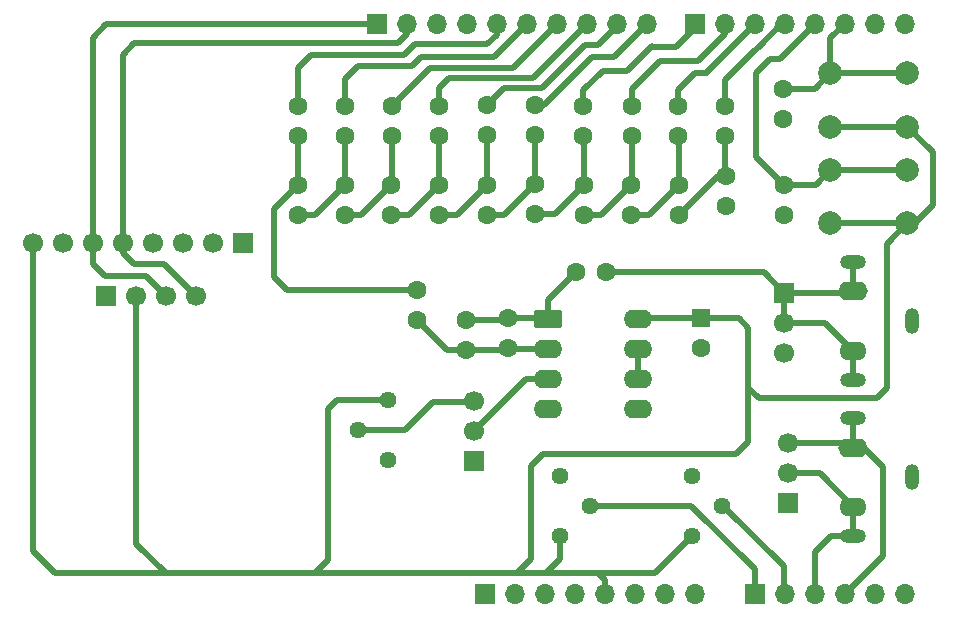
<source format=gbr>
%TF.GenerationSoftware,KiCad,Pcbnew,9.0.4*%
%TF.CreationDate,2026-02-14T19:28:01-07:00*%
%TF.ProjectId,Uno_Shield_DSP_Class_v1,556e6f5f-5368-4696-956c-645f4453505f,rev?*%
%TF.SameCoordinates,Original*%
%TF.FileFunction,Copper,L1,Top*%
%TF.FilePolarity,Positive*%
%FSLAX46Y46*%
G04 Gerber Fmt 4.6, Leading zero omitted, Abs format (unit mm)*
G04 Created by KiCad (PCBNEW 9.0.4) date 2026-02-14 19:28:01*
%MOMM*%
%LPD*%
G01*
G04 APERTURE LIST*
G04 Aperture macros list*
%AMRoundRect*
0 Rectangle with rounded corners*
0 $1 Rounding radius*
0 $2 $3 $4 $5 $6 $7 $8 $9 X,Y pos of 4 corners*
0 Add a 4 corners polygon primitive as box body*
4,1,4,$2,$3,$4,$5,$6,$7,$8,$9,$2,$3,0*
0 Add four circle primitives for the rounded corners*
1,1,$1+$1,$2,$3*
1,1,$1+$1,$4,$5*
1,1,$1+$1,$6,$7*
1,1,$1+$1,$8,$9*
0 Add four rect primitives between the rounded corners*
20,1,$1+$1,$2,$3,$4,$5,0*
20,1,$1+$1,$4,$5,$6,$7,0*
20,1,$1+$1,$6,$7,$8,$9,0*
20,1,$1+$1,$8,$9,$2,$3,0*%
G04 Aperture macros list end*
%TA.AperFunction,ComponentPad*%
%ADD10R,1.700000X1.700000*%
%TD*%
%TA.AperFunction,ComponentPad*%
%ADD11O,1.700000X1.700000*%
%TD*%
%TA.AperFunction,ComponentPad*%
%ADD12C,1.600000*%
%TD*%
%TA.AperFunction,ComponentPad*%
%ADD13C,2.000000*%
%TD*%
%TA.AperFunction,ComponentPad*%
%ADD14C,1.700000*%
%TD*%
%TA.AperFunction,ComponentPad*%
%ADD15O,2.200000X1.200000*%
%TD*%
%TA.AperFunction,ComponentPad*%
%ADD16O,2.300000X1.600000*%
%TD*%
%TA.AperFunction,ComponentPad*%
%ADD17O,1.200000X2.200000*%
%TD*%
%TA.AperFunction,ComponentPad*%
%ADD18O,2.500000X1.600000*%
%TD*%
%TA.AperFunction,ComponentPad*%
%ADD19RoundRect,0.250000X-0.550000X0.550000X-0.550000X-0.550000X0.550000X-0.550000X0.550000X0.550000X0*%
%TD*%
%TA.AperFunction,ComponentPad*%
%ADD20C,1.440000*%
%TD*%
%TA.AperFunction,ComponentPad*%
%ADD21RoundRect,0.250000X-0.950000X-0.550000X0.950000X-0.550000X0.950000X0.550000X-0.950000X0.550000X0*%
%TD*%
%TA.AperFunction,ComponentPad*%
%ADD22O,2.400000X1.600000*%
%TD*%
%TA.AperFunction,Conductor*%
%ADD23C,0.508000*%
%TD*%
G04 APERTURE END LIST*
D10*
%TO.P,J1,1,Pin_1*%
%TO.N,unconnected-(J1-Pin_1-Pad1)*%
X127940000Y-97460000D03*
D11*
%TO.P,J1,2,Pin_2*%
%TO.N,/IOREF*%
X130480000Y-97460000D03*
%TO.P,J1,3,Pin_3*%
%TO.N,/~{RESET}*%
X133020000Y-97460000D03*
%TO.P,J1,4,Pin_4*%
%TO.N,+3V3*%
X135560000Y-97460000D03*
%TO.P,J1,5,Pin_5*%
%TO.N,+5V*%
X138100000Y-97460000D03*
%TO.P,J1,6,Pin_6*%
%TO.N,GND*%
X140640000Y-97460000D03*
%TO.P,J1,7,Pin_7*%
X143180000Y-97460000D03*
%TO.P,J1,8,Pin_8*%
%TO.N,VCC*%
X145720000Y-97460000D03*
%TD*%
D10*
%TO.P,J3,1,Pin_1*%
%TO.N,/A0*%
X150800000Y-97460000D03*
D11*
%TO.P,J3,2,Pin_2*%
%TO.N,/A1*%
X153340000Y-97460000D03*
%TO.P,J3,3,Pin_3*%
%TO.N,/IN_RIGHT*%
X155880000Y-97460000D03*
%TO.P,J3,4,Pin_4*%
%TO.N,/IN_LEFT*%
X158420000Y-97460000D03*
%TO.P,J3,5,Pin_5*%
%TO.N,/SDA{slash}A4*%
X160960000Y-97460000D03*
%TO.P,J3,6,Pin_6*%
%TO.N,/SCL{slash}A5*%
X163500000Y-97460000D03*
%TD*%
D10*
%TO.P,J2,1,Pin_1*%
%TO.N,/SCL*%
X118796000Y-49200000D03*
D11*
%TO.P,J2,2,Pin_2*%
%TO.N,/SDA*%
X121336000Y-49200000D03*
%TO.P,J2,3,Pin_3*%
%TO.N,/AREF*%
X123876000Y-49200000D03*
%TO.P,J2,4,Pin_4*%
%TO.N,GND*%
X126416000Y-49200000D03*
%TO.P,J2,5,Pin_5*%
%TO.N,/D9*%
X128956000Y-49200000D03*
%TO.P,J2,6,Pin_6*%
%TO.N,/D8*%
X131496000Y-49200000D03*
%TO.P,J2,7,Pin_7*%
%TO.N,/D7*%
X134036000Y-49200000D03*
%TO.P,J2,8,Pin_8*%
%TO.N,/D6*%
X136576000Y-49200000D03*
%TO.P,J2,9,Pin_9*%
%TO.N,/D5*%
X139116000Y-49200000D03*
%TO.P,J2,10,Pin_10*%
%TO.N,/D4*%
X141656000Y-49200000D03*
%TD*%
D10*
%TO.P,J4,1,Pin_1*%
%TO.N,/D3*%
X145720000Y-49200000D03*
D11*
%TO.P,J4,2,Pin_2*%
%TO.N,/D2*%
X148260000Y-49200000D03*
%TO.P,J4,3,Pin_3*%
%TO.N,/D1*%
X150800000Y-49200000D03*
%TO.P,J4,4,Pin_4*%
%TO.N,/D0*%
X153340000Y-49200000D03*
%TO.P,J4,5,Pin_5*%
%TO.N,/BT2*%
X155880000Y-49200000D03*
%TO.P,J4,6,Pin_6*%
%TO.N,/BT1*%
X158420000Y-49200000D03*
%TO.P,J4,7,Pin_7*%
%TO.N,/TX{slash}1*%
X160960000Y-49200000D03*
%TO.P,J4,8,Pin_8*%
%TO.N,/RX{slash}0*%
X163500000Y-49200000D03*
%TD*%
D12*
%TO.P,R9,1*%
%TO.N,Net-(R10-Pad1)*%
X136350000Y-62810000D03*
%TO.P,R9,2*%
%TO.N,Net-(R7-Pad1)*%
X136350000Y-65350000D03*
%TD*%
%TO.P,R13,1*%
%TO.N,Net-(R13-Pad1)*%
X128150000Y-62820000D03*
%TO.P,R13,2*%
%TO.N,Net-(R11-Pad1)*%
X128150000Y-65360000D03*
%TD*%
%TO.P,R14,1*%
%TO.N,Net-(R13-Pad1)*%
X128130000Y-58620000D03*
%TO.P,R14,2*%
%TO.N,/D5*%
X128130000Y-56080000D03*
%TD*%
%TO.P,R18,1*%
%TO.N,Net-(R17-Pad1)*%
X120050000Y-58670000D03*
%TO.P,R18,2*%
%TO.N,/D7*%
X120050000Y-56130000D03*
%TD*%
%TO.P,R4,1*%
%TO.N,Net-(R3-Pad2)*%
X148320000Y-58690000D03*
%TO.P,R4,2*%
%TO.N,/D0*%
X148320000Y-56150000D03*
%TD*%
%TO.P,R15,1*%
%TO.N,Net-(R15-Pad1)*%
X124070000Y-62810000D03*
%TO.P,R15,2*%
%TO.N,Net-(R13-Pad1)*%
X124070000Y-65350000D03*
%TD*%
%TO.P,R19,1*%
%TO.N,Net-(R19-Pad1)*%
X116080000Y-62840000D03*
%TO.P,R19,2*%
%TO.N,Net-(R17-Pad1)*%
X116080000Y-65380000D03*
%TD*%
%TO.P,C2,1*%
%TO.N,Net-(U1A--)*%
X129890000Y-76600000D03*
%TO.P,C2,2*%
%TO.N,Net-(C2-Pad2)*%
X129890000Y-74100000D03*
%TD*%
%TO.P,R7,1*%
%TO.N,Net-(R7-Pad1)*%
X140350000Y-62820000D03*
%TO.P,R7,2*%
%TO.N,Net-(R5-Pad1)*%
X140350000Y-65360000D03*
%TD*%
%TO.P,R21,1*%
%TO.N,Net-(R21-Pad1)*%
X112090000Y-62840000D03*
%TO.P,R21,2*%
%TO.N,Net-(R19-Pad1)*%
X112090000Y-65380000D03*
%TD*%
D13*
%TO.P,SW2,1,1*%
%TO.N,+5V*%
X163710000Y-66050000D03*
X157210000Y-66050000D03*
%TO.P,SW2,2,2*%
%TO.N,/BT2*%
X163710000Y-61550000D03*
X157210000Y-61550000D03*
%TD*%
D12*
%TO.P,R20,1*%
%TO.N,Net-(R19-Pad1)*%
X116090000Y-58670000D03*
%TO.P,R20,2*%
%TO.N,/D8*%
X116090000Y-56130000D03*
%TD*%
%TO.P,R6,1*%
%TO.N,Net-(R5-Pad1)*%
X144310000Y-58680000D03*
%TO.P,R6,2*%
%TO.N,/D1*%
X144310000Y-56140000D03*
%TD*%
D10*
%TO.P,J7,1,Pin_1*%
%TO.N,/AUDIO_OUT*%
X153310000Y-71920000D03*
D14*
%TO.P,J7,2,Pin_2*%
X153310000Y-74460000D03*
%TO.P,J7,3,Pin_3*%
%TO.N,GND*%
X153310000Y-77000000D03*
%TD*%
D12*
%TO.P,R10,1*%
%TO.N,Net-(R10-Pad1)*%
X136270000Y-58650000D03*
%TO.P,R10,2*%
%TO.N,/D3*%
X136270000Y-56110000D03*
%TD*%
D10*
%TO.P,J5,1,Pin_1*%
%TO.N,unconnected-(J5-Pin_1-Pad1)*%
X107460000Y-67730000D03*
D14*
%TO.P,J5,2,Pin_2*%
%TO.N,unconnected-(J5-Pin_2-Pad2)*%
X104920000Y-67730000D03*
%TO.P,J5,3,Pin_3*%
%TO.N,unconnected-(J5-Pin_3-Pad3)*%
X102380000Y-67730000D03*
%TO.P,J5,4,Pin_4*%
%TO.N,unconnected-(J5-Pin_4-Pad4)*%
X99840000Y-67730000D03*
%TO.P,J5,5,Pin_5*%
%TO.N,/SDA*%
X97300000Y-67730000D03*
%TO.P,J5,6,Pin_6*%
%TO.N,/SCL*%
X94760000Y-67730000D03*
%TO.P,J5,7,Pin_7*%
%TO.N,GND*%
X92220000Y-67730000D03*
%TO.P,J5,8,Pin_8*%
%TO.N,+5V*%
X89680000Y-67730000D03*
%TD*%
D15*
%TO.P,J11,R*%
%TO.N,/AUDIO_OUT*%
X159090000Y-79330000D03*
D16*
%TO.P,J11,RN*%
X159090000Y-76830000D03*
D17*
%TO.P,J11,S*%
%TO.N,GND*%
X164090000Y-74330000D03*
D15*
%TO.P,J11,T*%
%TO.N,/AUDIO_OUT*%
X159090000Y-69330000D03*
D18*
%TO.P,J11,TN*%
X159090000Y-71830000D03*
%TD*%
D12*
%TO.P,R5,1*%
%TO.N,Net-(R5-Pad1)*%
X144370000Y-62850000D03*
%TO.P,R5,2*%
%TO.N,Net-(R3-Pad2)*%
X144370000Y-65390000D03*
%TD*%
D19*
%TO.P,C1,1*%
%TO.N,+5V*%
X146210000Y-74107620D03*
D12*
%TO.P,C1,2*%
%TO.N,GND*%
X146210000Y-76607620D03*
%TD*%
%TO.P,R24,1*%
%TO.N,Net-(C2-Pad2)*%
X126360000Y-74240000D03*
%TO.P,R24,2*%
%TO.N,Net-(U1A--)*%
X126360000Y-76780000D03*
%TD*%
%TO.P,R12,1*%
%TO.N,Net-(R11-Pad1)*%
X132180000Y-58620000D03*
%TO.P,R12,2*%
%TO.N,/D4*%
X132180000Y-56080000D03*
%TD*%
D13*
%TO.P,SW1,1,1*%
%TO.N,+5V*%
X163710000Y-57870000D03*
X157210000Y-57870000D03*
%TO.P,SW1,2,2*%
%TO.N,/BT1*%
X163710000Y-53370000D03*
X157210000Y-53370000D03*
%TD*%
D12*
%TO.P,R11,1*%
%TO.N,Net-(R11-Pad1)*%
X132180000Y-62770000D03*
%TO.P,R11,2*%
%TO.N,Net-(R10-Pad1)*%
X132180000Y-65310000D03*
%TD*%
%TO.P,R22,1*%
%TO.N,Net-(R21-Pad1)*%
X112130000Y-58650000D03*
%TO.P,R22,2*%
%TO.N,/D9*%
X112130000Y-56110000D03*
%TD*%
D10*
%TO.P,J12,1,Pin_1*%
%TO.N,GND*%
X153620000Y-89780000D03*
D14*
%TO.P,J12,2,Pin_2*%
%TO.N,/IN_RIGHT*%
X153620000Y-87240000D03*
%TO.P,J12,3,Pin_3*%
%TO.N,/IN_LEFT*%
X153620000Y-84700000D03*
%TD*%
D12*
%TO.P,R1,1*%
%TO.N,/BT1*%
X153220000Y-54670000D03*
%TO.P,R1,2*%
%TO.N,GND*%
X153220000Y-57210000D03*
%TD*%
%TO.P,R27,1*%
%TO.N,/AUDIO_OUT*%
X138180000Y-70180000D03*
%TO.P,R27,2*%
%TO.N,Net-(C2-Pad2)*%
X135640000Y-70180000D03*
%TD*%
%TO.P,R17,1*%
%TO.N,Net-(R17-Pad1)*%
X120030000Y-62800000D03*
%TO.P,R17,2*%
%TO.N,Net-(R15-Pad1)*%
X120030000Y-65340000D03*
%TD*%
%TO.P,R16,1*%
%TO.N,Net-(R15-Pad1)*%
X124070000Y-58650000D03*
%TO.P,R16,2*%
%TO.N,/D6*%
X124070000Y-56110000D03*
%TD*%
D20*
%TO.P,RV1,1,1*%
%TO.N,+5V*%
X134305000Y-92490000D03*
%TO.P,RV1,2,2*%
%TO.N,/A0*%
X136845000Y-89950000D03*
%TO.P,RV1,3,3*%
%TO.N,GND*%
X134305000Y-87410000D03*
%TD*%
D12*
%TO.P,R2,1*%
%TO.N,/BT2*%
X153260000Y-62810000D03*
%TO.P,R2,2*%
%TO.N,GND*%
X153260000Y-65350000D03*
%TD*%
D21*
%TO.P,U1,1*%
%TO.N,Net-(C2-Pad2)*%
X133300000Y-74170000D03*
D22*
%TO.P,U1,2,-*%
%TO.N,Net-(U1A--)*%
X133300000Y-76710000D03*
%TO.P,U1,3,+*%
%TO.N,Net-(J9-Pin_2)*%
X133300000Y-79250000D03*
%TO.P,U1,4,V-*%
%TO.N,GND*%
X133300000Y-81790000D03*
%TO.P,U1,5,+*%
X140920000Y-81790000D03*
%TO.P,U1,6,-*%
%TO.N,Net-(U1B--)*%
X140920000Y-79250000D03*
%TO.P,U1,7*%
X140920000Y-76710000D03*
%TO.P,U1,8,V+*%
%TO.N,+5V*%
X140920000Y-74170000D03*
%TD*%
D10*
%TO.P,J9,1,Pin_1*%
%TO.N,GND*%
X127040000Y-86170000D03*
D14*
%TO.P,J9,2,Pin_2*%
%TO.N,Net-(J9-Pin_2)*%
X127040000Y-83630000D03*
%TO.P,J9,3,Pin_3*%
%TO.N,Net-(J9-Pin_3)*%
X127040000Y-81090000D03*
%TD*%
D12*
%TO.P,R3,1*%
%TO.N,GND*%
X148340000Y-64610000D03*
%TO.P,R3,2*%
%TO.N,Net-(R3-Pad2)*%
X148340000Y-62070000D03*
%TD*%
D15*
%TO.P,J10,R*%
%TO.N,/IN_RIGHT*%
X159090000Y-92540000D03*
D16*
%TO.P,J10,RN*%
X159090000Y-90040000D03*
D17*
%TO.P,J10,S*%
%TO.N,GND*%
X164090000Y-87540000D03*
D15*
%TO.P,J10,T*%
%TO.N,/IN_LEFT*%
X159090000Y-82540000D03*
D18*
%TO.P,J10,TN*%
X159090000Y-85040000D03*
%TD*%
D20*
%TO.P,RV3,1,1*%
%TO.N,+5V*%
X119705000Y-81000000D03*
%TO.P,RV3,2,2*%
%TO.N,Net-(J9-Pin_3)*%
X117165000Y-83540000D03*
%TO.P,RV3,3,3*%
%TO.N,GND*%
X119705000Y-86080000D03*
%TD*%
%TO.P,RV2,1,1*%
%TO.N,+5V*%
X145505000Y-92490000D03*
%TO.P,RV2,2,2*%
%TO.N,/A1*%
X148045000Y-89950000D03*
%TO.P,RV2,3,3*%
%TO.N,GND*%
X145505000Y-87410000D03*
%TD*%
D12*
%TO.P,R8,1*%
%TO.N,Net-(R7-Pad1)*%
X140370000Y-58690000D03*
%TO.P,R8,2*%
%TO.N,/D2*%
X140370000Y-56150000D03*
%TD*%
D10*
%TO.P,J6,1,Pin_1*%
%TO.N,GND*%
X95900000Y-72240000D03*
D14*
%TO.P,J6,2,Pin_2*%
%TO.N,+5V*%
X98440000Y-72240000D03*
%TO.P,J6,3,Pin_3*%
%TO.N,/SCL*%
X100980000Y-72240000D03*
%TO.P,J6,4,Pin_4*%
%TO.N,/SDA*%
X103520000Y-72240000D03*
%TD*%
D12*
%TO.P,R23,1*%
%TO.N,Net-(U1A--)*%
X122220000Y-74280000D03*
%TO.P,R23,2*%
%TO.N,Net-(R21-Pad1)*%
X122220000Y-71740000D03*
%TD*%
D23*
%TO.N,+5V*%
X138100000Y-97460000D02*
X138100000Y-96240000D01*
X157210000Y-57870000D02*
X163710000Y-57870000D01*
X165900000Y-64510000D02*
X165900000Y-60060000D01*
X150230000Y-79970000D02*
X150230000Y-84610000D01*
X161990000Y-80010000D02*
X161990000Y-79770000D01*
X114680000Y-81770000D02*
X114680000Y-94530000D01*
X146210000Y-74107620D02*
X149447620Y-74107620D01*
X142335000Y-95660000D02*
X145505000Y-92490000D01*
X98440000Y-72240000D02*
X98440000Y-93180000D01*
X140982380Y-74107620D02*
X146210000Y-74107620D01*
X89680000Y-93800000D02*
X90510000Y-94630000D01*
X151120000Y-80860000D02*
X161140000Y-80860000D01*
X131890000Y-86590000D02*
X131890000Y-94480000D01*
X101730000Y-95660000D02*
X91540000Y-95660000D01*
X163710000Y-66050000D02*
X164360000Y-66050000D01*
X98440000Y-93180000D02*
X100920000Y-95660000D01*
X164360000Y-66050000D02*
X165900000Y-64510000D01*
X137520000Y-95660000D02*
X133140000Y-95660000D01*
X165900000Y-60060000D02*
X163710000Y-57870000D01*
X157210000Y-66050000D02*
X163710000Y-66050000D01*
X100920000Y-95660000D02*
X101730000Y-95660000D01*
X115450000Y-81000000D02*
X114680000Y-81770000D01*
X150230000Y-79970000D02*
X151120000Y-80860000D01*
X133140000Y-95660000D02*
X130710000Y-95660000D01*
X114680000Y-94530000D02*
X113550000Y-95660000D01*
X134305000Y-92490000D02*
X134305000Y-94495000D01*
X137520000Y-95660000D02*
X139150000Y-95660000D01*
X132880000Y-85600000D02*
X131890000Y-86590000D01*
X161140000Y-80860000D02*
X161990000Y-80010000D01*
X114090000Y-95660000D02*
X113550000Y-95660000D01*
X161990000Y-67770000D02*
X163710000Y-66050000D01*
X134305000Y-94495000D02*
X133140000Y-95660000D01*
X139150000Y-95660000D02*
X142335000Y-95660000D01*
X150230000Y-84610000D02*
X149240000Y-85600000D01*
X150230000Y-79970000D02*
X150230000Y-74890000D01*
X150230000Y-74890000D02*
X149447620Y-74107620D01*
X140920000Y-74170000D02*
X140982380Y-74107620D01*
X130710000Y-95660000D02*
X113550000Y-95660000D01*
X131890000Y-94480000D02*
X130710000Y-95660000D01*
X161990000Y-79770000D02*
X161990000Y-67770000D01*
X113550000Y-95660000D02*
X101730000Y-95660000D01*
X119705000Y-81000000D02*
X115450000Y-81000000D01*
X91540000Y-95660000D02*
X90510000Y-94630000D01*
X149240000Y-85600000D02*
X132880000Y-85600000D01*
X89680000Y-67730000D02*
X89680000Y-93800000D01*
X138100000Y-96240000D02*
X137520000Y-95660000D01*
%TO.N,/A0*%
X145440000Y-89950000D02*
X150800000Y-95310000D01*
X136845000Y-89950000D02*
X145440000Y-89950000D01*
X150800000Y-95310000D02*
X150800000Y-97460000D01*
%TO.N,/A1*%
X148045000Y-89950000D02*
X148140000Y-89950000D01*
X153300000Y-95110000D02*
X153300000Y-97420000D01*
X153300000Y-97420000D02*
X153340000Y-97460000D01*
X148140000Y-89950000D02*
X153300000Y-95110000D01*
%TO.N,/SCL*%
X94760000Y-67730000D02*
X94760000Y-69500000D01*
X99240000Y-70500000D02*
X100980000Y-72240000D01*
X95910000Y-49200000D02*
X94760000Y-50350000D01*
X94760000Y-50350000D02*
X94760000Y-67730000D01*
X118796000Y-49200000D02*
X95910000Y-49200000D01*
X94760000Y-69500000D02*
X95760000Y-70500000D01*
X95760000Y-70500000D02*
X99240000Y-70500000D01*
%TO.N,/SDA*%
X97300000Y-67730000D02*
X97300000Y-68560000D01*
X98240000Y-50830000D02*
X97300000Y-51770000D01*
X97300000Y-68560000D02*
X98280000Y-69540000D01*
X100820000Y-69540000D02*
X103520000Y-72240000D01*
X121336000Y-50064000D02*
X120570000Y-50830000D01*
X97300000Y-51770000D02*
X97300000Y-67730000D01*
X121336000Y-49200000D02*
X121336000Y-50064000D01*
X120570000Y-50830000D02*
X98240000Y-50830000D01*
X98280000Y-69540000D02*
X100820000Y-69540000D01*
%TO.N,/BT1*%
X155910000Y-54670000D02*
X157210000Y-53370000D01*
X153220000Y-54670000D02*
X155910000Y-54670000D01*
X157210000Y-53370000D02*
X157210000Y-50410000D01*
X157210000Y-50410000D02*
X158420000Y-49200000D01*
X163710000Y-53370000D02*
X157210000Y-53370000D01*
%TO.N,/BT2*%
X155950000Y-62810000D02*
X157210000Y-61550000D01*
X157210000Y-61550000D02*
X163710000Y-61550000D01*
X150930000Y-53290000D02*
X152115000Y-52105000D01*
X152975000Y-52105000D02*
X152115000Y-52105000D01*
X150930000Y-60480000D02*
X153260000Y-62810000D01*
X153260000Y-62810000D02*
X155950000Y-62810000D01*
X155880000Y-49200000D02*
X152975000Y-52105000D01*
X150930000Y-53290000D02*
X150930000Y-60480000D01*
%TO.N,Net-(C2-Pad2)*%
X126360000Y-74240000D02*
X129750000Y-74240000D01*
X133300000Y-74170000D02*
X133300000Y-72520000D01*
X133300000Y-72520000D02*
X135640000Y-70180000D01*
X133230000Y-74100000D02*
X133300000Y-74170000D01*
X129750000Y-74240000D02*
X129890000Y-74100000D01*
X129890000Y-74100000D02*
X133230000Y-74100000D01*
%TO.N,Net-(U1A--)*%
X129710000Y-76780000D02*
X129890000Y-76600000D01*
X126360000Y-76780000D02*
X129710000Y-76780000D01*
X122220000Y-74280000D02*
X124720000Y-76780000D01*
X124720000Y-76780000D02*
X126360000Y-76780000D01*
X133300000Y-76710000D02*
X130000000Y-76710000D01*
X130000000Y-76710000D02*
X129890000Y-76600000D01*
%TO.N,/D7*%
X130366000Y-52870000D02*
X134036000Y-49200000D01*
X120050000Y-56130000D02*
X123310000Y-52870000D01*
X123310000Y-52870000D02*
X130366000Y-52870000D01*
%TO.N,/D8*%
X122520000Y-51990000D02*
X121780000Y-52730000D01*
X116090000Y-56130000D02*
X116090000Y-53850000D01*
X117210000Y-52730000D02*
X121780000Y-52730000D01*
X116090000Y-53850000D02*
X117210000Y-52730000D01*
X128706000Y-51990000D02*
X122520000Y-51990000D01*
X128706000Y-51990000D02*
X131496000Y-49200000D01*
%TO.N,/D9*%
X113230000Y-51840000D02*
X121110000Y-51840000D01*
X121110000Y-51840000D02*
X122050000Y-50900000D01*
X112130000Y-52940000D02*
X113230000Y-51840000D01*
X122050000Y-50900000D02*
X128130000Y-50900000D01*
X128130000Y-50900000D02*
X128956000Y-50074000D01*
X128956000Y-50074000D02*
X128956000Y-49200000D01*
X112130000Y-56110000D02*
X112130000Y-52940000D01*
%TO.N,/D6*%
X132056000Y-53720000D02*
X136576000Y-49200000D01*
X124950000Y-53720000D02*
X132056000Y-53720000D01*
X124070000Y-54600000D02*
X124950000Y-53720000D01*
X124070000Y-56110000D02*
X124070000Y-54600000D01*
%TO.N,/D4*%
X137030000Y-52010000D02*
X138846000Y-52010000D01*
X138846000Y-52010000D02*
X141656000Y-49200000D01*
X132960000Y-56080000D02*
X137030000Y-52010000D01*
X132180000Y-56080000D02*
X132960000Y-56080000D01*
%TO.N,/D5*%
X137510000Y-50990000D02*
X139116000Y-49384000D01*
X128130000Y-56080000D02*
X129610000Y-54600000D01*
X129610000Y-54600000D02*
X132780000Y-54600000D01*
X136390000Y-50990000D02*
X137510000Y-50990000D01*
X132780000Y-54600000D02*
X136390000Y-50990000D01*
X139116000Y-49384000D02*
X139116000Y-49200000D01*
%TO.N,/IN_RIGHT*%
X157240000Y-92540000D02*
X155880000Y-93900000D01*
X159090000Y-92540000D02*
X157240000Y-92540000D01*
X159090000Y-90040000D02*
X159090000Y-92540000D01*
X155880000Y-93900000D02*
X155880000Y-97460000D01*
X156290000Y-87240000D02*
X159090000Y-90040000D01*
X153620000Y-87240000D02*
X156290000Y-87240000D01*
%TO.N,/IN_LEFT*%
X159090000Y-85040000D02*
X160050000Y-85040000D01*
X159090000Y-82540000D02*
X159090000Y-85040000D01*
X161660000Y-94220000D02*
X158420000Y-97460000D01*
X153620000Y-84700000D02*
X158750000Y-84700000D01*
X158750000Y-84700000D02*
X159090000Y-85040000D01*
X160050000Y-85040000D02*
X161660000Y-86650000D01*
X161660000Y-86650000D02*
X161660000Y-94220000D01*
%TO.N,/D3*%
X137920000Y-53160000D02*
X139970000Y-53160000D01*
X142090000Y-51100000D02*
X144160000Y-51100000D01*
X136270000Y-54810000D02*
X137920000Y-53160000D01*
X139970000Y-53160000D02*
X142060000Y-51070000D01*
X144160000Y-51100000D02*
X145720000Y-49540000D01*
X145720000Y-49540000D02*
X145720000Y-49200000D01*
X136270000Y-56110000D02*
X136270000Y-54810000D01*
X142060000Y-51070000D02*
X142090000Y-51100000D01*
%TO.N,/D2*%
X141250000Y-53820000D02*
X142750000Y-52320000D01*
X142750000Y-52320000D02*
X144070000Y-52320000D01*
X148260000Y-49200000D02*
X148260000Y-50050000D01*
X140370000Y-54700000D02*
X141250000Y-53820000D01*
X140370000Y-56150000D02*
X140370000Y-54700000D01*
X144070000Y-52320000D02*
X145990000Y-52320000D01*
X148260000Y-50050000D02*
X145990000Y-52320000D01*
%TO.N,/D0*%
X148320000Y-53920000D02*
X150750000Y-51490000D01*
X153040000Y-49200000D02*
X151150000Y-51090000D01*
X150750000Y-51490000D02*
X151150000Y-51090000D01*
X153340000Y-49200000D02*
X153040000Y-49200000D01*
X148320000Y-56150000D02*
X148320000Y-53920000D01*
%TO.N,/D1*%
X146750000Y-53250000D02*
X150800000Y-49200000D01*
X145740000Y-53310000D02*
X146750000Y-53310000D01*
X144310000Y-56140000D02*
X144310000Y-54740000D01*
X146750000Y-53310000D02*
X146750000Y-53250000D01*
X144310000Y-54740000D02*
X145740000Y-53310000D01*
%TO.N,/AUDIO_OUT*%
X159000000Y-71920000D02*
X159090000Y-71830000D01*
X156720000Y-74460000D02*
X159090000Y-76830000D01*
X138180000Y-70180000D02*
X151570000Y-70180000D01*
X153310000Y-71920000D02*
X159000000Y-71920000D01*
X153310000Y-71920000D02*
X153310000Y-74460000D01*
X153310000Y-74460000D02*
X156720000Y-74460000D01*
X159090000Y-76830000D02*
X159090000Y-79330000D01*
X151570000Y-70180000D02*
X153310000Y-71920000D01*
X159090000Y-69330000D02*
X159090000Y-71830000D01*
%TO.N,Net-(J9-Pin_3)*%
X126950000Y-81180000D02*
X127040000Y-81090000D01*
X123580000Y-81180000D02*
X126950000Y-81180000D01*
X117165000Y-83540000D02*
X121220000Y-83540000D01*
X121220000Y-83540000D02*
X123580000Y-81180000D01*
%TO.N,Net-(J9-Pin_2)*%
X131420000Y-79250000D02*
X133300000Y-79250000D01*
X127040000Y-83630000D02*
X131420000Y-79250000D01*
%TO.N,Net-(R3-Pad2)*%
X147690000Y-62070000D02*
X148340000Y-62070000D01*
X148320000Y-62050000D02*
X148340000Y-62070000D01*
X144370000Y-65390000D02*
X147690000Y-62070000D01*
X148320000Y-58690000D02*
X148320000Y-62050000D01*
%TO.N,Net-(R5-Pad1)*%
X144370000Y-62850000D02*
X144370000Y-58740000D01*
X144370000Y-58740000D02*
X144310000Y-58680000D01*
X140350000Y-65360000D02*
X141860000Y-65360000D01*
X141860000Y-65360000D02*
X144370000Y-62850000D01*
%TO.N,Net-(R7-Pad1)*%
X140370000Y-62800000D02*
X140350000Y-62820000D01*
X140370000Y-58690000D02*
X140370000Y-62800000D01*
X136350000Y-65350000D02*
X137820000Y-65350000D01*
X137820000Y-65350000D02*
X140350000Y-62820000D01*
%TO.N,Net-(R10-Pad1)*%
X136350000Y-58730000D02*
X136270000Y-58650000D01*
X132180000Y-65310000D02*
X133850000Y-65310000D01*
X136350000Y-62810000D02*
X136350000Y-58730000D01*
X133850000Y-65310000D02*
X136350000Y-62810000D01*
%TO.N,Net-(R11-Pad1)*%
X128150000Y-65360000D02*
X129590000Y-65360000D01*
X132180000Y-62770000D02*
X132180000Y-58620000D01*
X129590000Y-65360000D02*
X132180000Y-62770000D01*
%TO.N,Net-(R13-Pad1)*%
X128150000Y-58640000D02*
X128130000Y-58620000D01*
X124070000Y-65350000D02*
X125620000Y-65350000D01*
X128150000Y-62820000D02*
X128150000Y-58640000D01*
X125620000Y-65350000D02*
X128150000Y-62820000D01*
%TO.N,Net-(R15-Pad1)*%
X120030000Y-65340000D02*
X121540000Y-65340000D01*
X121540000Y-65340000D02*
X124070000Y-62810000D01*
X124070000Y-62810000D02*
X124070000Y-58650000D01*
%TO.N,Net-(R17-Pad1)*%
X116080000Y-65380000D02*
X117450000Y-65380000D01*
X120050000Y-62780000D02*
X120050000Y-58670000D01*
X120030000Y-62800000D02*
X120050000Y-62780000D01*
X117450000Y-65380000D02*
X120030000Y-62800000D01*
%TO.N,Net-(R19-Pad1)*%
X116080000Y-62840000D02*
X116080000Y-58680000D01*
X113540000Y-65380000D02*
X116080000Y-62840000D01*
X116080000Y-58680000D02*
X116090000Y-58670000D01*
X112090000Y-65380000D02*
X113540000Y-65380000D01*
%TO.N,Net-(R21-Pad1)*%
X122220000Y-71740000D02*
X111220000Y-71740000D01*
X112090000Y-62840000D02*
X112090000Y-58690000D01*
X111220000Y-71740000D02*
X110080000Y-70600000D01*
X110080000Y-64850000D02*
X112090000Y-62840000D01*
X110080000Y-70600000D02*
X110080000Y-64850000D01*
X112090000Y-58690000D02*
X112130000Y-58650000D01*
%TO.N,Net-(U1B--)*%
X140920000Y-76710000D02*
X140920000Y-79250000D01*
%TD*%
M02*

</source>
